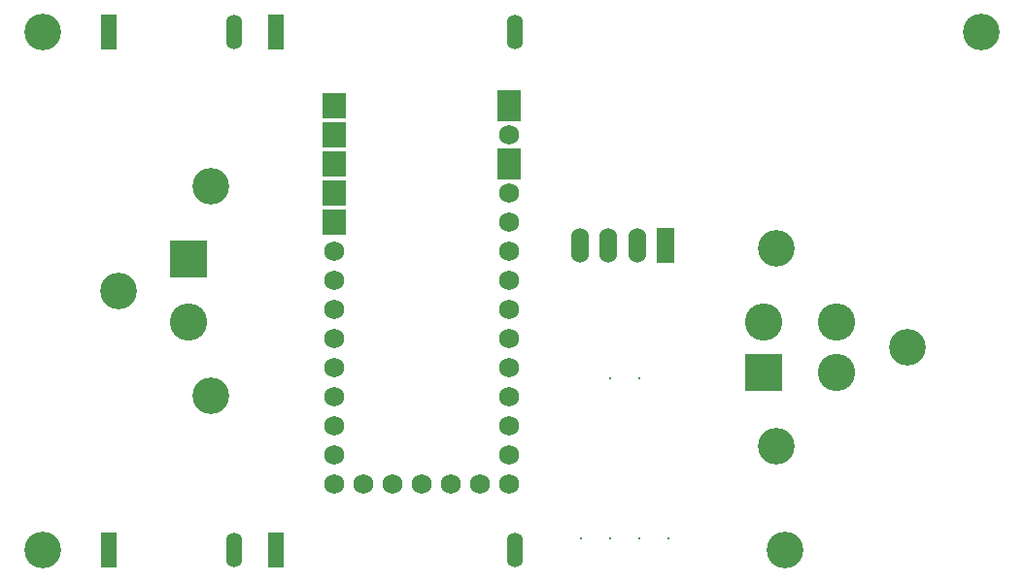
<source format=gbr>
%TF.GenerationSoftware,Altium Limited,Altium Designer,25.1.2 (22)*%
G04 Layer_Color=8388736*
%FSLAX45Y45*%
%MOMM*%
%TF.SameCoordinates,C88AD1CA-9631-45E4-BC86-71C5CE7D1C25*%
%TF.FilePolarity,Negative*%
%TF.FileFunction,Soldermask,Top*%
%TF.Part,Single*%
G01*
G75*
%TA.AperFunction,ComponentPad*%
%ADD13O,1.52400X3.04800*%
%ADD14R,1.52400X3.04800*%
%ADD15R,1.39700X3.04800*%
%ADD16O,1.39700X3.04800*%
%ADD30C,1.72720*%
%ADD31R,2.09550X2.27330*%
%ADD32R,2.09550X2.80670*%
%ADD33C,0.20320*%
%ADD34C,3.19320*%
%ADD35R,3.25120X3.25120*%
%ADD36C,3.25120*%
%TA.AperFunction,ViaPad*%
%ADD37C,3.20320*%
D13*
X5314600Y3289300D02*
D03*
X5564600D02*
D03*
X5814600D02*
D03*
D14*
X6064600D02*
D03*
D15*
X2667000Y635000D02*
D03*
X1206500D02*
D03*
X2667000Y5156200D02*
D03*
X1206500D02*
D03*
D16*
X4750000Y635000D02*
D03*
X2306500D02*
D03*
X4750000Y5156200D02*
D03*
X2306500D02*
D03*
D30*
X3175000Y1206500D02*
D03*
Y1460500D02*
D03*
Y1714500D02*
D03*
Y1968500D02*
D03*
Y2222500D02*
D03*
Y2476500D02*
D03*
Y2730500D02*
D03*
Y2984500D02*
D03*
Y3238500D02*
D03*
X4699000Y1206500D02*
D03*
Y1460500D02*
D03*
Y1714500D02*
D03*
Y1968500D02*
D03*
Y2222500D02*
D03*
Y2476500D02*
D03*
Y2730500D02*
D03*
Y2984500D02*
D03*
Y3238500D02*
D03*
Y3492500D02*
D03*
Y3746500D02*
D03*
Y4254500D02*
D03*
X3429000Y1206500D02*
D03*
X3683000D02*
D03*
X3937000D02*
D03*
X4191000D02*
D03*
X4445000D02*
D03*
D31*
X3175000Y3492500D02*
D03*
Y3746500D02*
D03*
Y4000500D02*
D03*
Y4254500D02*
D03*
Y4508500D02*
D03*
D32*
X4699000Y4000500D02*
D03*
Y4508500D02*
D03*
D33*
X6083300Y736600D02*
D03*
X5829300D02*
D03*
X5575300D02*
D03*
X5321300D02*
D03*
X5575300Y2133600D02*
D03*
X5829300D02*
D03*
D34*
X1295500Y2896700D02*
D03*
X2095500Y3812200D02*
D03*
Y1981200D02*
D03*
X7023100Y3266700D02*
D03*
Y1536700D02*
D03*
X8166100Y2401700D02*
D03*
D35*
X1905500Y3169700D02*
D03*
X6921100Y2179200D02*
D03*
D36*
X1905500Y2623700D02*
D03*
X6921100Y2624200D02*
D03*
X7556100D02*
D03*
Y2179200D02*
D03*
D37*
X635000Y635000D02*
D03*
Y5156200D02*
D03*
X8813800D02*
D03*
X7099300Y635000D02*
D03*
%TF.MD5,4d18cd1f8c5d9884ccabbf6f15f492b9*%
M02*

</source>
